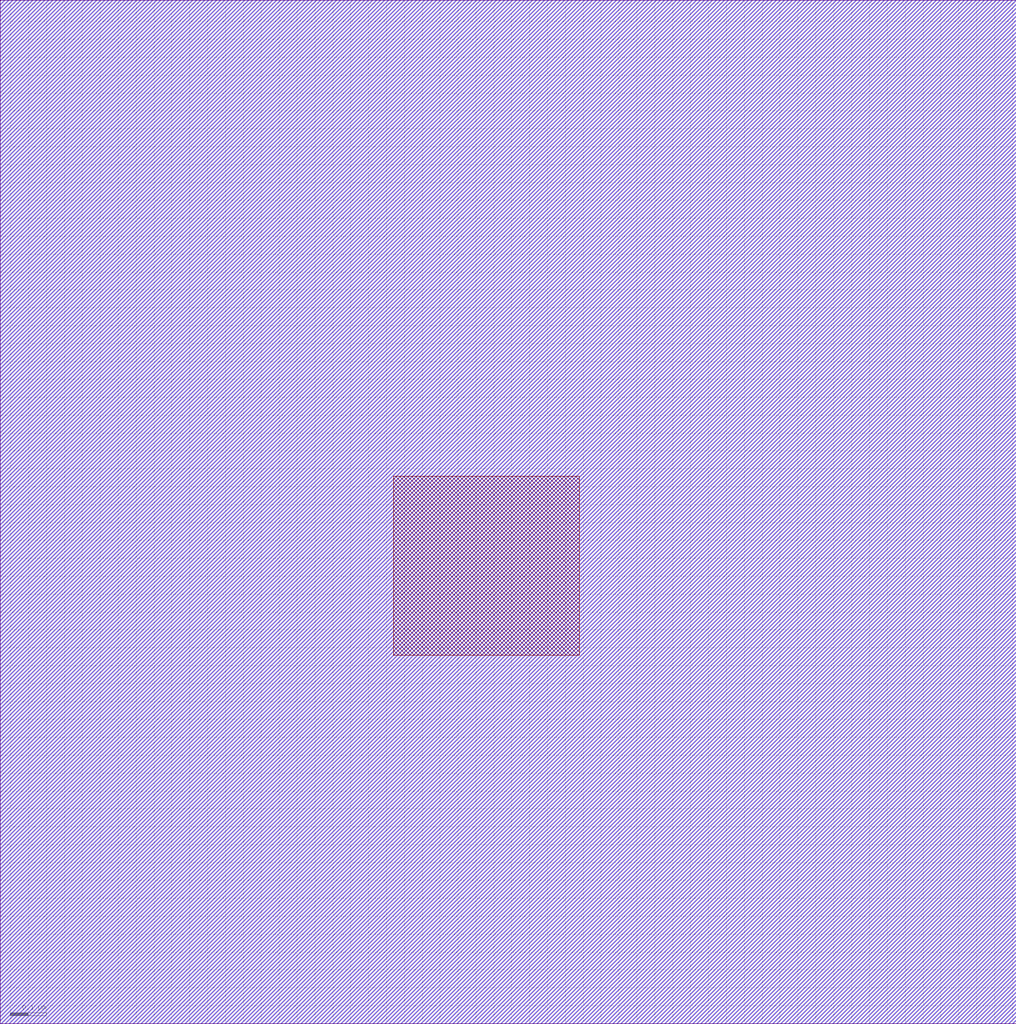
<source format=lef>
VERSION 5.7 ;
  NOWIREEXTENSIONATPIN ON ;
  DIVIDERCHAR "/" ;
  BUSBITCHARS "[]" ;
UNITS
  DATABASE MICRONS 200 ;
END UNITS

LAYER via2
  TYPE CUT ;
END via2

LAYER via
  TYPE CUT ;
END via

LAYER nwell
  TYPE MASTERSLICE ;
END nwell

LAYER via3
  TYPE CUT ;
END via3

LAYER pwell
  TYPE MASTERSLICE ;
END pwell

LAYER via4
  TYPE CUT ;
END via4

LAYER mcon
  TYPE CUT ;
END mcon

LAYER met6
  TYPE ROUTING ;
  WIDTH 0.030000 ;
  SPACING 0.040000 ;
  DIRECTION HORIZONTAL ;
END met6

LAYER met1
  TYPE ROUTING ;
  WIDTH 0.140000 ;
  SPACING 0.140000 ;
  DIRECTION HORIZONTAL ;
END met1

LAYER met3
  TYPE ROUTING ;
  WIDTH 0.300000 ;
  SPACING 0.300000 ;
  DIRECTION HORIZONTAL ;
END met3

LAYER met2
  TYPE ROUTING ;
  WIDTH 0.140000 ;
  SPACING 0.140000 ;
  DIRECTION HORIZONTAL ;
END met2

LAYER met4
  TYPE ROUTING ;
  WIDTH 0.300000 ;
  SPACING 0.300000 ;
  DIRECTION HORIZONTAL ;
END met4

LAYER met5
  TYPE ROUTING ;
  WIDTH 1.600000 ;
  SPACING 1.600000 ;
  DIRECTION HORIZONTAL ;
END met5

LAYER li1
  TYPE ROUTING ;
  WIDTH 0.170000 ;
  SPACING 0.170000 ;
  DIRECTION HORIZONTAL ;
END li1

MACRO sky130_hilas_CapModule01
  CLASS BLOCK ;
  FOREIGN sky130_hilas_CapModule01 ;
  ORIGIN 4.430 2.450 ;
  SIZE 2.840 BY 2.860 ;
  OBS
      LAYER met3 ;
        RECT -4.430 -2.450 -1.590 0.410 ;
      LAYER met4 ;
        RECT -3.330 -1.420 -2.810 -0.920 ;
  END
END sky130_hilas_CapModule01
END LIBRARY


</source>
